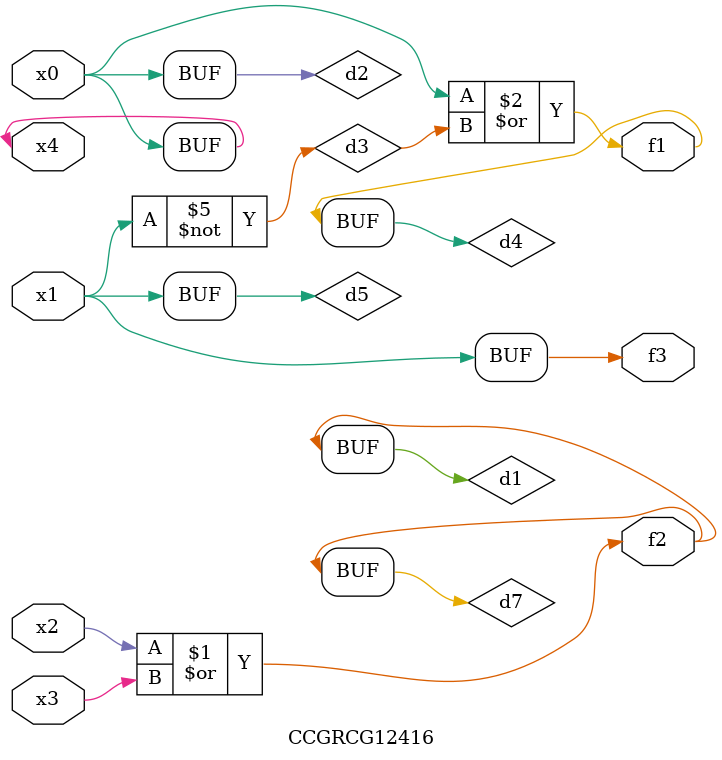
<source format=v>
module CCGRCG12416(
	input x0, x1, x2, x3, x4,
	output f1, f2, f3
);

	wire d1, d2, d3, d4, d5, d6, d7;

	or (d1, x2, x3);
	buf (d2, x0, x4);
	not (d3, x1);
	or (d4, d2, d3);
	not (d5, d3);
	nand (d6, d1, d3);
	or (d7, d1);
	assign f1 = d4;
	assign f2 = d7;
	assign f3 = d5;
endmodule

</source>
